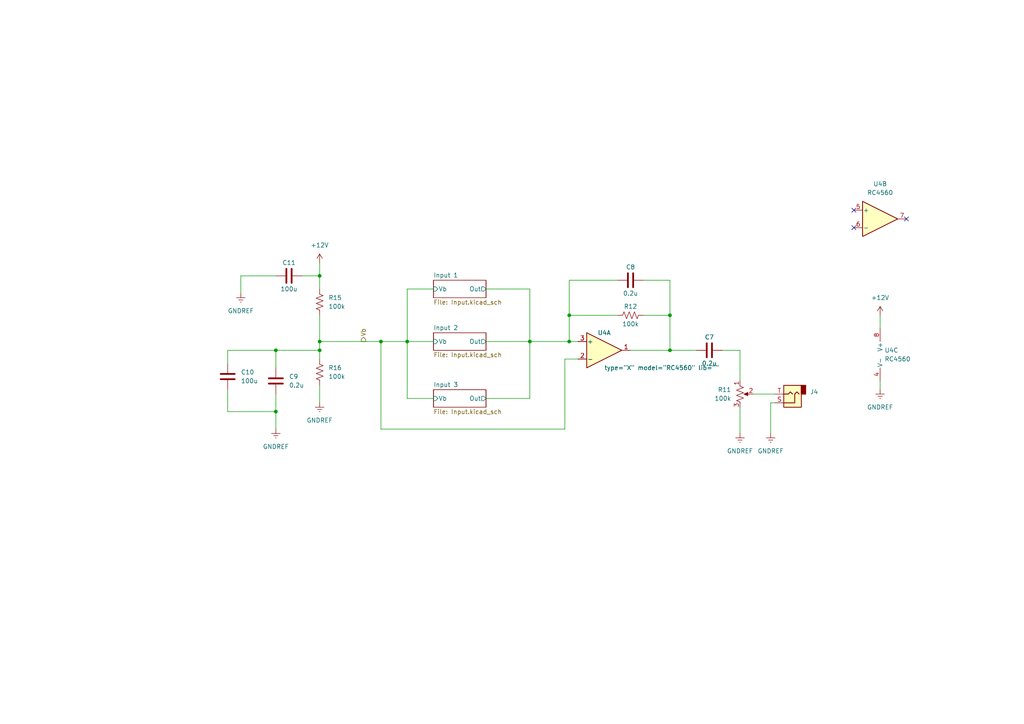
<source format=kicad_sch>
(kicad_sch (version 20211123) (generator eeschema)
  (paper "A4")
  (lib_symbols
    (symbol "Amplifier_Operational:RC4560" (pin_names (offset 0.127))
      (property "Reference" "U" (at 0 5.08 0))
      (property "Value" "RC4560" (at 0 -5.08 0))
      (symbol "RC4560_1_1"
        (polyline (pts (xy -5.08 5.08) (xy 5.08 0) (xy -5.08 -5.08) (xy -5.08 5.08)) (stroke (width 0.254)) (fill (type background)))
        (pin output line (at 7.62 0 180) (length 2.54) (name "~") (number "1"))
        (pin input line (at -7.62 -2.54 0) (length 2.54) (name "-") (number "2"))
        (pin input line (at -7.62 2.54 0) (length 2.54) (name "+") (number "3"))
      )
      (symbol "RC4560_2_1"
        (polyline (pts (xy -5.08 5.08) (xy 5.08 0) (xy -5.08 -5.08) (xy -5.08 5.08)) (stroke (width 0.254)) (fill (type background)))
        (pin input line (at -7.62 2.54 0) (length 2.54) (name "+") (number "5"))
        (pin input line (at -7.62 -2.54 0) (length 2.54) (name "-") (number "6"))
        (pin output line (at 7.62 0 180) (length 2.54) (name "~") (number "7"))
      )
      (symbol "RC4560_3_1"
        (pin power_in line (at -2.54 -7.62 90) (length 3.81) (name "V-") (number "4"))
        (pin power_in line (at -2.54 7.62 270) (length 3.81) (name "V+") (number "8"))
      )
    )
    (symbol "Connector:AudioJack2"
      (property "Reference" "J" (at 0 8.89 0))
      (property "Value" "AudioJack2" (at 0 6.35 0))
      (symbol "AudioJack2_0_1"
        (rectangle (start -3.81 0) (end -2.54 -2.54) (stroke (width 0.254)) (fill (type outline)))
        (rectangle (start -2.54 3.81) (end 2.54 -2.54) (stroke (width 0.254)) (fill (type background)))
        (polyline (pts (xy 0 0) (xy 0.635 -0.635) (xy 1.27 0) (xy 2.54 0)) (stroke (width 0.254)))
        (polyline (pts (xy 2.54 2.54) (xy -0.635 2.54) (xy -0.635 0) (xy -1.27 -0.635) (xy -1.905 0)) (stroke (width 0.254)))
      )
      (symbol "AudioJack2_1_1"
        (pin passive line (at 5.08 2.54 180) (length 2.54) (name "~") (number "S"))
        (pin passive line (at 5.08 0 180) (length 2.54) (name "~") (number "T"))
      )
    )
    (symbol "Device:C" (pin_numbers hide) (pin_names (offset 0.254))
      (property "Reference" "C" (at 0.635 2.54 0))
      (property "Value" "C" (at 0.635 -2.54 0))
      (symbol "C_0_1"
        (polyline (pts (xy -2.032 -0.762) (xy 2.032 -0.762)) (stroke (width 0.508)))
        (polyline (pts (xy -2.032 0.762) (xy 2.032 0.762)) (stroke (width 0.508)))
      )
      (symbol "C_1_1"
        (pin passive line (at 0 3.81 270) (length 2.794) (name "~") (number "1"))
        (pin passive line (at 0 -3.81 90) (length 2.794) (name "~") (number "2"))
      )
    )
    (symbol "Device:R_Potentiometer_US" (pin_names (offset 1.016) hide)
      (property "Reference" "RV" (at -4.445 0 90))
      (property "Value" "R_Potentiometer_US" (at -2.54 0 90))
      (symbol "R_Potentiometer_US_0_1"
        (polyline (pts (xy 0 -2.286) (xy 0 -2.54)))
        (polyline (pts (xy 0 2.54) (xy 0 2.286)))
        (polyline (pts (xy 2.54 0) (xy 1.524 0)))
        (polyline (pts (xy 1.143 0) (xy 2.286 0.508) (xy 2.286 -0.508) (xy 1.143 0)) (fill (type outline)))
        (polyline (pts (xy 0 -0.762) (xy 1.016 -1.143) (xy 0 -1.524) (xy -1.016 -1.905) (xy 0 -2.286)))
        (polyline (pts (xy 0 0.762) (xy 1.016 0.381) (xy 0 0) (xy -1.016 -0.381) (xy 0 -0.762)))
        (polyline (pts (xy 0 2.286) (xy 1.016 1.905) (xy 0 1.524) (xy -1.016 1.143) (xy 0 0.762)))
      )
      (symbol "R_Potentiometer_US_1_1"
        (pin passive line (at 0 3.81 270) (length 1.27) (name "1") (number "1"))
        (pin passive line (at 3.81 0 180) (length 1.27) (name "2") (number "2"))
        (pin passive line (at 0 -3.81 90) (length 1.27) (name "3") (number "3"))
      )
    )
    (symbol "Device:R_US" (pin_numbers hide) (pin_names (offset 0))
      (property "Reference" "R" (at 2.54 0 90))
      (property "Value" "R_US" (at -2.54 0 90))
      (symbol "R_US_0_1"
        (polyline (pts (xy 0 -2.286) (xy 0 -2.54)))
        (polyline (pts (xy 0 2.286) (xy 0 2.54)))
        (polyline (pts (xy 0 -0.762) (xy 1.016 -1.143) (xy 0 -1.524) (xy -1.016 -1.905) (xy 0 -2.286)))
        (polyline (pts (xy 0 0.762) (xy 1.016 0.381) (xy 0 0) (xy -1.016 -0.381) (xy 0 -0.762)))
        (polyline (pts (xy 0 2.286) (xy 1.016 1.905) (xy 0 1.524) (xy -1.016 1.143) (xy 0 0.762)))
      )
      (symbol "R_US_1_1"
        (pin passive line (at 0 3.81 270) (length 1.27) (name "~") (number "1"))
        (pin passive line (at 0 -3.81 90) (length 1.27) (name "~") (number "2"))
      )
    )
    (symbol "power:+12V" (power) (pin_names (offset 0))
      (property "Value" "+12V" (at 0 3.556 0))
      (symbol "+12V_0_1"
        (polyline (pts (xy -0.762 1.27) (xy 0 2.54)))
        (polyline (pts (xy 0 0) (xy 0 2.54)))
        (polyline (pts (xy 0 2.54) (xy 0.762 1.27)))
      )
      (symbol "+12V_1_1"
        (pin power_in line (at 0 0 90) (length 0) hide (name "+12V") (number "1"))
      )
    )
    (symbol "power:GNDREF" (power) (pin_names (offset 0))
      (property "Value" "GNDREF" (at 0 -3.81 0))
      (symbol "GNDREF_0_1"
        (polyline (pts (xy -0.635 -1.905) (xy 0.635 -1.905)))
        (polyline (pts (xy -0.127 -2.54) (xy 0.127 -2.54)))
        (polyline (pts (xy 0 -1.27) (xy 0 0)))
        (polyline (pts (xy 1.27 -1.27) (xy -1.27 -1.27)))
      )
      (symbol "GNDREF_1_1"
        (pin power_in line (at 0 0 270) (length 0) hide (name "GNDREF") (number "1"))
      )
    )
  )
  (junction (at 194.31 101.6))
  (junction (at 110.49 99.06))
  (junction (at 118.11 99.06))
  (junction (at 80.01 101.6))
  (junction (at 194.31 91.44))
  (junction (at 165.1 91.44))
  (junction (at 92.71 80.01))
  (junction (at 92.71 99.06))
  (junction (at 92.71 101.6))
  (junction (at 153.67 99.06))
  (junction (at 165.1 99.06))
  (junction (at 80.01 119.38))
  (no_connect (at 247.65 60.96))
  (no_connect (at 262.89 63.5))
  (no_connect (at 247.65 66.04))
  (wire (pts (xy 118.11 99.06) (xy 125.73 99.06)))
  (wire (pts (xy 223.52 116.84) (xy 224.79 116.84)))
  (wire (pts (xy 92.71 99.06) (xy 110.49 99.06)))
  (wire (pts (xy 153.67 83.82) (xy 153.67 99.06)))
  (wire (pts (xy 223.52 125.73) (xy 223.52 116.84)))
  (wire (pts (xy 153.67 99.06) (xy 153.67 115.57)))
  (wire (pts (xy 80.01 114.3) (xy 80.01 119.38)))
  (wire (pts (xy 165.1 91.44) (xy 179.07 91.44)))
  (wire (pts (xy 194.31 81.28) (xy 194.31 91.44)))
  (wire (pts (xy 66.04 101.6) (xy 80.01 101.6)))
  (wire (pts (xy 209.55 101.6) (xy 214.63 101.6)))
  (wire (pts (xy 92.71 76.2) (xy 92.71 80.01)))
  (wire (pts (xy 153.67 99.06) (xy 165.1 99.06)))
  (wire (pts (xy 140.97 115.57) (xy 153.67 115.57)))
  (wire (pts (xy 182.88 101.6) (xy 194.31 101.6)))
  (wire (pts (xy 194.31 91.44) (xy 186.69 91.44)))
  (wire (pts (xy 80.01 119.38) (xy 80.01 124.46)))
  (wire (pts (xy 110.49 99.06) (xy 118.11 99.06)))
  (wire (pts (xy 218.44 114.3) (xy 224.79 114.3)))
  (wire (pts (xy 110.49 124.46) (xy 110.49 99.06)))
  (wire (pts (xy 69.85 80.01) (xy 80.01 80.01)))
  (wire (pts (xy 163.83 104.14) (xy 163.83 124.46)))
  (wire (pts (xy 80.01 101.6) (xy 92.71 101.6)))
  (wire (pts (xy 87.63 80.01) (xy 92.71 80.01)))
  (wire (pts (xy 92.71 111.76) (xy 92.71 116.84)))
  (wire (pts (xy 140.97 99.06) (xy 153.67 99.06)))
  (wire (pts (xy 140.97 83.82) (xy 153.67 83.82)))
  (wire (pts (xy 165.1 91.44) (xy 165.1 99.06)))
  (wire (pts (xy 80.01 106.68) (xy 80.01 101.6)))
  (wire (pts (xy 194.31 101.6) (xy 201.93 101.6)))
  (wire (pts (xy 92.71 101.6) (xy 92.71 104.14)))
  (wire (pts (xy 165.1 81.28) (xy 179.07 81.28)))
  (wire (pts (xy 194.31 101.6) (xy 194.31 91.44)))
  (wire (pts (xy 66.04 105.41) (xy 66.04 101.6)))
  (wire (pts (xy 194.31 81.28) (xy 186.69 81.28)))
  (wire (pts (xy 165.1 99.06) (xy 167.64 99.06)))
  (wire (pts (xy 125.73 115.57) (xy 118.11 115.57)))
  (wire (pts (xy 66.04 113.03) (xy 66.04 119.38)))
  (wire (pts (xy 110.49 124.46) (xy 163.83 124.46)))
  (wire (pts (xy 167.64 104.14) (xy 163.83 104.14)))
  (wire (pts (xy 118.11 83.82) (xy 118.11 99.06)))
  (wire (pts (xy 118.11 115.57) (xy 118.11 99.06)))
  (wire (pts (xy 92.71 80.01) (xy 92.71 83.82)))
  (wire (pts (xy 255.27 110.49) (xy 255.27 113.03)))
  (wire (pts (xy 255.27 91.44) (xy 255.27 95.25)))
  (wire (pts (xy 92.71 99.06) (xy 92.71 101.6)))
  (wire (pts (xy 69.85 85.09) (xy 69.85 80.01)))
  (wire (pts (xy 214.63 118.11) (xy 214.63 125.73)))
  (wire (pts (xy 214.63 101.6) (xy 214.63 110.49)))
  (wire (pts (xy 92.71 91.44) (xy 92.71 99.06)))
  (wire (pts (xy 80.01 119.38) (xy 66.04 119.38)))
  (wire (pts (xy 165.1 81.28) (xy 165.1 91.44)))
  (wire (pts (xy 125.73 83.82) (xy 118.11 83.82)))
  (hierarchical_label "Vb" (shape output) (at 105.41 99.06 90))
  (symbol (lib_id "Device:C") (at 66.04 109.22 0) (mirror y) (unit 1)
    (property "Reference" "C10" (at 69.85 107.9499 0) (effects (justify right)))
    (property "Value" "100u" (at 69.85 110.4899 0) (effects (justify right)))
    (property "Footprint" "Capacitor_SMD:C_0603_1608Metric_Pad1.08x0.95mm_HandSolder" (effects hide))
  )
  (symbol (lib_id "Connector:AudioJack2") (at 229.87 114.3 180) (unit 1)
    (property "Reference" "J4" (at 234.95 113.6649 0) (effects (justify right)))
    (property "Value" "AudioJack2" (effects hide))
    (property "Footprint" "Connector_Audio:Jack_3.5mm_CUI_SJ1-3523N_Horizontal" (effects hide))
  )
  (symbol (lib_id "power:GNDREF") (at 92.71 116.84 0) (unit 1)
    (property "Reference" "#PWR04" (effects hide))
    (property "Value" "GNDREF" (at 92.71 121.92 0))
  )
  (symbol (lib_id "power:GNDREF") (at 255.27 113.03 0) (unit 1)
    (property "Reference" "#PWR06" (effects hide))
    (property "Value" "GNDREF" (at 255.27 118.11 0))
  )
  (symbol (lib_id "Device:R_US") (at 92.71 87.63 0) (unit 1)
    (property "Reference" "R15" (at 95.25 86.3599 0) (effects (justify left)))
    (property "Value" "100k" (at 95.25 88.8999 0) (effects (justify left)))
    (property "Footprint" "Resistor_SMD:R_0603_1608Metric_Pad0.98x0.95mm_HandSolder" (effects hide))
  )
  (symbol (lib_id "power:GNDREF") (at 214.63 125.73 0) (unit 1)
    (property "Reference" "#PWR07" (effects hide))
    (property "Value" "GNDREF" (at 214.63 130.81 0))
  )
  (symbol (lib_id "power:+12V") (at 92.71 76.2 0) (unit 1)
    (property "Reference" "#PWR03" (effects hide))
    (property "Value" "+12V" (at 92.71 71.12 0))
  )
  (symbol (lib_id "Device:R_US") (at 182.88 91.44 90) (unit 1)
    (property "Reference" "R12" (at 182.88 88.9 90))
    (property "Value" "100k" (at 182.88 93.98 90))
    (property "Footprint" "Resistor_SMD:R_0603_1608Metric_Pad0.98x0.95mm_HandSolder" (effects hide))
  )
  (symbol (lib_id "Amplifier_Operational:RC4560") (at 255.27 63.5 0) (unit 2)
    (property "Reference" "U4" (at 255.27 53.34 0))
    (property "Value" "RC4560" (at 255.27 55.88 0))
    (property "Footprint" "Package_SO:SOIC-8_3.9x4.9mm_P1.27mm" (effects hide))
    (property "Datasheet" "http://www.ti.com/lit/ds/symlink/rc4560.pdf" (effects hide))
  )
  (symbol (lib_id "Device:C") (at 205.74 101.6 90) (unit 1)
    (property "Reference" "C7" (at 205.74 97.79 90))
    (property "Value" "0.2u" (at 205.74 105.41 90))
    (property "Footprint" "Capacitor_SMD:C_0603_1608Metric_Pad1.08x0.95mm_HandSolder" (effects hide))
  )
  (symbol (lib_id "Device:C") (at 80.01 110.49 0) (mirror y) (unit 1)
    (property "Reference" "C9" (at 83.82 109.2199 0) (effects (justify right)))
    (property "Value" "0.2u" (at 83.82 111.7599 0) (effects (justify right)))
    (property "Footprint" "Capacitor_SMD:C_0603_1608Metric_Pad1.08x0.95mm_HandSolder" (effects hide))
  )
  (symbol (lib_id "Device:R_Potentiometer_US") (at 214.63 114.3 0) (unit 1)
    (property "Reference" "R11" (at 212.09 113.0299 0) (effects (justify right)))
    (property "Value" "100k" (at 212.09 115.5699 0) (effects (justify right)))
    (property "Footprint" "Connector_Wire:SolderWire-0.1sqmm_1x03_P3.6mm_D0.4mm_OD1mm" (effects hide))
  )
  (symbol (lib_id "Amplifier_Operational:RC4560") (at 257.81 102.87 0) (unit 3)
    (property "Reference" "U4" (at 256.54 101.5999 0) (effects (justify left)))
    (property "Value" "RC4560" (at 256.54 104.1399 0) (effects (justify left)))
    (property "Footprint" "Package_SO:SOIC-8_3.9x4.9mm_P1.27mm" (effects hide))
    (property "Datasheet" "http://www.ti.com/lit/ds/symlink/rc4560.pdf" (effects hide))
  )
  (symbol (lib_id "power:GNDREF") (at 80.01 124.46 0) (mirror y) (unit 1)
    (property "Reference" "#PWR02" (effects hide))
    (property "Value" "GNDREF" (at 80.01 129.54 0))
  )
  (symbol (lib_id "Device:R_US") (at 92.71 107.95 0) (unit 1)
    (property "Reference" "R16" (at 95.25 106.6799 0) (effects (justify left)))
    (property "Value" "100k" (at 95.25 109.2199 0) (effects (justify left)))
    (property "Footprint" "Resistor_SMD:R_0603_1608Metric_Pad0.98x0.95mm_HandSolder" (effects hide))
  )
  (symbol (lib_id "Device:C") (at 83.82 80.01 90) (unit 1)
    (property "Reference" "C11" (at 83.82 76.2 90))
    (property "Value" "100u" (at 83.82 83.82 90))
    (property "Footprint" "Capacitor_SMD:C_0603_1608Metric_Pad1.08x0.95mm_HandSolder" (effects hide))
  )
  (symbol (lib_id "power:GNDREF") (at 223.52 125.73 0) (unit 1)
    (property "Reference" "#PWR08" (effects hide))
    (property "Value" "GNDREF" (at 223.52 130.81 0))
  )
  (symbol (lib_id "Device:C") (at 182.88 81.28 90) (unit 1)
    (property "Reference" "C8" (at 182.88 77.47 90))
    (property "Value" "0.2u" (at 182.88 85.09 90))
    (property "Footprint" "Capacitor_SMD:C_0603_1608Metric_Pad1.08x0.95mm_HandSolder" (effects hide))
  )
  (symbol (lib_id "power:+12V") (at 255.27 91.44 0) (unit 1)
    (property "Reference" "#PWR05" (effects hide))
    (property "Value" "+12V" (at 255.27 86.36 0))
  )
  (symbol (lib_id "power:GNDREF") (at 69.85 85.09 0) (unit 1)
    (property "Reference" "#PWR01" (effects hide))
    (property "Value" "GNDREF" (at 69.85 90.17 0))
  )
  (symbol (lib_id "Amplifier_Operational:RC4560") (at 175.26 101.6 0) (unit 1)
    (property "Reference" "U4" (at 175.26 96.52 0))
    (property "Value" "RC4560" (at 175.26 106.68 0) (effects (justify left)))
    (property "Footprint" "Package_SO:SOIC-8_3.9x4.9mm_P1.27mm" (effects hide))
    (property "Datasheet" "http://www.ti.com/lit/ds/symlink/rc4560.pdf" (effects hide))
    (property "Spice_Netlist_Enabled" "Y" (effects hide))
    (property "Spice_Primitive" "X" (effects hide))
  )
  (sheet (at 125.73 113.03) (size 15.24 5.08) (stroke (width 0.1524))
    (property "Sheet name" "Input 3" (at 125.73 112.3184 0) (effects (justify left bottom)))
    (property "Sheet file" "Input.kicad_sch" (at 125.73 118.6946 0) (effects (justify left top)))
    (pin "Out" output (at 140.97 115.57 0))
    (pin "Vb" input (at 125.73 115.57 180))
  )
  (sheet (at 125.73 81.28) (size 15.24 5.08) (stroke (width 0.1524))
    (property "Sheet name" "Input 1" (at 125.73 80.5684 0) (effects (justify left bottom)))
    (property "Sheet file" "Input.kicad_sch" (at 125.73 86.9446 0) (effects (justify left top)))
    (pin "Out" output (at 140.97 83.82 0))
    (pin "Vb" input (at 125.73 83.82 180))
  )
  (sheet (at 125.73 96.52) (size 15.24 5.08) (stroke (width 0.1524))
    (property "Sheet name" "Input 2" (at 125.73 95.8084 0) (effects (justify left bottom)))
    (property "Sheet file" "Input.kicad_sch" (at 125.73 102.1846 0) (effects (justify left top)))
    (pin "Out" output (at 140.97 99.06 0))
    (pin "Vb" input (at 125.73 99.06 180))
  )
)
</source>
